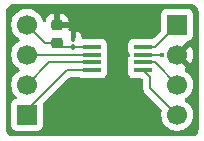
<source format=gtl>
G04 #@! TF.GenerationSoftware,KiCad,Pcbnew,9.0.4*
G04 #@! TF.CreationDate,2025-12-19T23:34:41-05:00*
G04 #@! TF.ProjectId,AD5626BRMZ-kent,41443536-3236-4425-924d-5a2d6b656e74,rev?*
G04 #@! TF.SameCoordinates,Original*
G04 #@! TF.FileFunction,Copper,L1,Top*
G04 #@! TF.FilePolarity,Positive*
%FSLAX46Y46*%
G04 Gerber Fmt 4.6, Leading zero omitted, Abs format (unit mm)*
G04 Created by KiCad (PCBNEW 9.0.4) date 2025-12-19 23:34:41*
%MOMM*%
%LPD*%
G01*
G04 APERTURE LIST*
G04 Aperture macros list*
%AMRoundRect*
0 Rectangle with rounded corners*
0 $1 Rounding radius*
0 $2 $3 $4 $5 $6 $7 $8 $9 X,Y pos of 4 corners*
0 Add a 4 corners polygon primitive as box body*
4,1,4,$2,$3,$4,$5,$6,$7,$8,$9,$2,$3,0*
0 Add four circle primitives for the rounded corners*
1,1,$1+$1,$2,$3*
1,1,$1+$1,$4,$5*
1,1,$1+$1,$6,$7*
1,1,$1+$1,$8,$9*
0 Add four rect primitives between the rounded corners*
20,1,$1+$1,$2,$3,$4,$5,0*
20,1,$1+$1,$4,$5,$6,$7,0*
20,1,$1+$1,$6,$7,$8,$9,0*
20,1,$1+$1,$8,$9,$2,$3,0*%
G04 Aperture macros list end*
G04 #@! TA.AperFunction,SMDPad,CuDef*
%ADD10RoundRect,0.100000X0.100000X-0.130000X0.100000X0.130000X-0.100000X0.130000X-0.100000X-0.130000X0*%
G04 #@! TD*
G04 #@! TA.AperFunction,ComponentPad*
%ADD11R,1.700000X1.700000*%
G04 #@! TD*
G04 #@! TA.AperFunction,ComponentPad*
%ADD12C,1.700000*%
G04 #@! TD*
G04 #@! TA.AperFunction,SMDPad,CuDef*
%ADD13RoundRect,0.225000X0.250000X-0.225000X0.250000X0.225000X-0.250000X0.225000X-0.250000X-0.225000X0*%
G04 #@! TD*
G04 #@! TA.AperFunction,SMDPad,CuDef*
%ADD14R,1.524000X0.431800*%
G04 #@! TD*
G04 #@! TA.AperFunction,ViaPad*
%ADD15C,0.450000*%
G04 #@! TD*
G04 #@! TA.AperFunction,Conductor*
%ADD16C,0.200000*%
G04 #@! TD*
G04 APERTURE END LIST*
D10*
X136000000Y-93320000D03*
X136000000Y-92680000D03*
D11*
X132080000Y-99060000D03*
D12*
X132080000Y-96520000D03*
X132080000Y-93980000D03*
X132080000Y-91440000D03*
D13*
X134620000Y-92990000D03*
X134620000Y-91440000D03*
D14*
X137578300Y-93325001D03*
X137578300Y-93974999D03*
X137578300Y-94625001D03*
X137578300Y-95274999D03*
X141921700Y-95274999D03*
X141921700Y-94625001D03*
X141921700Y-93974999D03*
X141921700Y-93325001D03*
D11*
X144780000Y-91440000D03*
D12*
X144780000Y-93980000D03*
X144780000Y-96520000D03*
X144780000Y-99060000D03*
D15*
X138000000Y-98000000D03*
X140000000Y-98000000D03*
X142000000Y-98000000D03*
X140000000Y-91400000D03*
X137500000Y-91400000D03*
X143500000Y-94000000D03*
X136000000Y-92000000D03*
X134500000Y-90500000D03*
D16*
X141921700Y-95274999D02*
X142500000Y-95853299D01*
X142500000Y-95853299D02*
X142500000Y-96780000D01*
X142500000Y-96780000D02*
X144780000Y-99060000D01*
X141921700Y-94625001D02*
X142885001Y-94625001D01*
X142885001Y-94625001D02*
X144780000Y-96520000D01*
X143474999Y-93974999D02*
X143500000Y-94000000D01*
X141921700Y-93974999D02*
X143474999Y-93974999D01*
X141921700Y-93325001D02*
X142894999Y-93325001D01*
X142894999Y-93325001D02*
X144780000Y-91440000D01*
X136000000Y-92520000D02*
X136000000Y-92000000D01*
X134500000Y-90500000D02*
X134500000Y-91000000D01*
X134500000Y-91000000D02*
X134620000Y-91120000D01*
X134620000Y-91120000D02*
X134620000Y-91440000D01*
X132080000Y-99060000D02*
X132080000Y-98620000D01*
X135425001Y-95274999D02*
X137578300Y-95274999D01*
X132080000Y-98620000D02*
X135425001Y-95274999D01*
X136750000Y-93315000D02*
X137218299Y-93315000D01*
X136750000Y-93315000D02*
X137568299Y-93315000D01*
X137568299Y-93315000D02*
X137578300Y-93325001D01*
X132080000Y-96520000D02*
X133974999Y-94625001D01*
X133974999Y-94625001D02*
X137228300Y-94625001D01*
X132080000Y-93980000D02*
X137223299Y-93980000D01*
X137223299Y-93980000D02*
X137228300Y-93974999D01*
X132080000Y-91440000D02*
X133630000Y-92990000D01*
X134620000Y-92990000D02*
X134945000Y-93315000D01*
X134945000Y-93315000D02*
X135700000Y-93315000D01*
X133630000Y-92990000D02*
X134620000Y-92990000D01*
X135700000Y-93315000D02*
X136750000Y-93315000D01*
X137218299Y-93315000D02*
X137228300Y-93325001D01*
G04 #@! TA.AperFunction,Conductor*
G36*
X146006922Y-89701279D02*
G01*
X146119518Y-89713966D01*
X146146583Y-89720143D01*
X146246927Y-89755255D01*
X146271941Y-89767301D01*
X146361955Y-89823860D01*
X146383662Y-89841172D01*
X146458827Y-89916337D01*
X146476140Y-89938046D01*
X146532697Y-90028056D01*
X146544745Y-90053074D01*
X146579855Y-90153414D01*
X146586033Y-90180484D01*
X146598720Y-90293077D01*
X146599500Y-90306961D01*
X146599500Y-100293038D01*
X146598720Y-100306921D01*
X146598720Y-100306922D01*
X146586033Y-100419515D01*
X146579855Y-100446585D01*
X146544745Y-100546925D01*
X146532697Y-100571943D01*
X146476140Y-100661953D01*
X146458827Y-100683662D01*
X146383662Y-100758827D01*
X146361953Y-100776140D01*
X146271943Y-100832697D01*
X146246925Y-100844745D01*
X146146585Y-100879855D01*
X146119516Y-100886033D01*
X146034855Y-100895572D01*
X146006921Y-100898720D01*
X145993039Y-100899500D01*
X130906961Y-100899500D01*
X130893077Y-100898720D01*
X130780484Y-100886033D01*
X130753414Y-100879855D01*
X130653074Y-100844745D01*
X130628056Y-100832697D01*
X130538046Y-100776140D01*
X130516337Y-100758827D01*
X130441172Y-100683662D01*
X130423859Y-100661953D01*
X130367302Y-100571943D01*
X130355254Y-100546925D01*
X130320144Y-100446585D01*
X130313966Y-100419514D01*
X130312950Y-100410500D01*
X130301280Y-100306921D01*
X130300500Y-100293038D01*
X130300500Y-91333713D01*
X130729500Y-91333713D01*
X130729500Y-91546287D01*
X130762754Y-91756243D01*
X130822871Y-91941264D01*
X130828444Y-91958414D01*
X130924951Y-92147820D01*
X131049890Y-92319786D01*
X131200213Y-92470109D01*
X131372182Y-92595050D01*
X131380946Y-92599516D01*
X131431742Y-92647491D01*
X131448536Y-92715312D01*
X131425998Y-92781447D01*
X131380946Y-92820484D01*
X131372182Y-92824949D01*
X131200213Y-92949890D01*
X131049890Y-93100213D01*
X130924951Y-93272179D01*
X130828444Y-93461585D01*
X130762753Y-93663760D01*
X130729500Y-93873713D01*
X130729500Y-94086286D01*
X130762735Y-94296127D01*
X130762754Y-94296243D01*
X130783869Y-94361229D01*
X130828444Y-94498414D01*
X130924951Y-94687820D01*
X131049890Y-94859786D01*
X131200213Y-95010109D01*
X131372182Y-95135050D01*
X131380946Y-95139516D01*
X131431742Y-95187491D01*
X131448536Y-95255312D01*
X131425998Y-95321447D01*
X131380946Y-95360484D01*
X131372182Y-95364949D01*
X131200213Y-95489890D01*
X131049890Y-95640213D01*
X130924951Y-95812179D01*
X130828444Y-96001585D01*
X130762753Y-96203760D01*
X130750255Y-96282669D01*
X130729500Y-96413713D01*
X130729500Y-96626287D01*
X130762754Y-96836243D01*
X130819791Y-97011785D01*
X130828444Y-97038414D01*
X130924951Y-97227820D01*
X131049890Y-97399786D01*
X131163430Y-97513326D01*
X131196915Y-97574649D01*
X131191931Y-97644341D01*
X131150059Y-97700274D01*
X131119083Y-97717189D01*
X130987669Y-97766203D01*
X130987664Y-97766206D01*
X130872455Y-97852452D01*
X130872452Y-97852455D01*
X130786206Y-97967664D01*
X130786202Y-97967671D01*
X130735908Y-98102517D01*
X130729501Y-98162116D01*
X130729500Y-98162135D01*
X130729500Y-99957870D01*
X130729501Y-99957876D01*
X130735908Y-100017483D01*
X130786202Y-100152328D01*
X130786206Y-100152335D01*
X130872452Y-100267544D01*
X130872455Y-100267547D01*
X130987664Y-100353793D01*
X130987671Y-100353797D01*
X131122517Y-100404091D01*
X131122516Y-100404091D01*
X131129444Y-100404835D01*
X131182127Y-100410500D01*
X132977872Y-100410499D01*
X133037483Y-100404091D01*
X133172331Y-100353796D01*
X133287546Y-100267546D01*
X133373796Y-100152331D01*
X133424091Y-100017483D01*
X133430500Y-99957873D01*
X133430499Y-98170097D01*
X133450184Y-98103059D01*
X133466818Y-98082417D01*
X135637418Y-95911818D01*
X135698741Y-95878333D01*
X135725099Y-95875499D01*
X136453621Y-95875499D01*
X136520660Y-95895184D01*
X136527932Y-95900232D01*
X136573968Y-95934694D01*
X136573971Y-95934696D01*
X136708817Y-95984990D01*
X136708816Y-95984990D01*
X136715744Y-95985734D01*
X136768427Y-95991399D01*
X138388172Y-95991398D01*
X138447783Y-95984990D01*
X138582631Y-95934695D01*
X138697846Y-95848445D01*
X138784096Y-95733230D01*
X138834391Y-95598382D01*
X138840800Y-95538772D01*
X138840799Y-95011227D01*
X138840798Y-95011225D01*
X138840798Y-95011211D01*
X138835642Y-94963256D01*
X138835642Y-94936744D01*
X138840799Y-94888781D01*
X138840800Y-94888774D01*
X138840799Y-94361229D01*
X138835641Y-94313246D01*
X138835641Y-94286746D01*
X138840800Y-94238772D01*
X138840799Y-93711227D01*
X138840798Y-93711225D01*
X138840798Y-93711211D01*
X138835642Y-93663256D01*
X138835642Y-93636744D01*
X138840799Y-93588781D01*
X138840800Y-93588774D01*
X138840799Y-93061229D01*
X138840799Y-93061228D01*
X140659200Y-93061228D01*
X140659200Y-93061235D01*
X140659200Y-93061236D01*
X140659200Y-93588771D01*
X140659201Y-93588778D01*
X140662732Y-93621632D01*
X140662733Y-93621636D01*
X140665609Y-93648384D01*
X140715904Y-93783232D01*
X140744525Y-93821464D01*
X140744526Y-93821467D01*
X140803833Y-93900690D01*
X140828250Y-93966154D01*
X140813399Y-94034427D01*
X140803833Y-94049311D01*
X140735039Y-94141209D01*
X140679106Y-94183081D01*
X140664967Y-94185631D01*
X140659700Y-94190899D01*
X140659700Y-94238727D01*
X140664610Y-94284397D01*
X140664610Y-94310905D01*
X140659200Y-94361231D01*
X140659200Y-94888771D01*
X140659201Y-94888775D01*
X140664358Y-94936745D01*
X140664358Y-94963251D01*
X140659200Y-95011226D01*
X140659200Y-95011228D01*
X140659200Y-95011232D01*
X140659200Y-95538769D01*
X140659201Y-95538775D01*
X140665608Y-95598382D01*
X140715902Y-95733227D01*
X140715906Y-95733234D01*
X140802152Y-95848443D01*
X140802155Y-95848446D01*
X140917364Y-95934692D01*
X140917371Y-95934696D01*
X140962318Y-95951460D01*
X141052217Y-95984990D01*
X141111827Y-95991399D01*
X141737502Y-95991398D01*
X141766948Y-96000044D01*
X141796929Y-96006566D01*
X141801942Y-96010318D01*
X141804541Y-96011082D01*
X141825183Y-96027717D01*
X141863181Y-96065715D01*
X141896666Y-96127038D01*
X141899500Y-96153396D01*
X141899500Y-96693330D01*
X141899499Y-96693348D01*
X141899499Y-96859054D01*
X141899498Y-96859054D01*
X141940423Y-97011785D01*
X141969358Y-97061900D01*
X141969359Y-97061904D01*
X141969360Y-97061904D01*
X142019479Y-97148714D01*
X142019481Y-97148717D01*
X142138349Y-97267585D01*
X142138355Y-97267590D01*
X143446241Y-98575476D01*
X143479726Y-98636799D01*
X143476492Y-98701473D01*
X143462753Y-98743757D01*
X143429500Y-98953713D01*
X143429500Y-99166286D01*
X143462753Y-99376239D01*
X143528444Y-99578414D01*
X143624951Y-99767820D01*
X143749890Y-99939786D01*
X143900213Y-100090109D01*
X144072179Y-100215048D01*
X144072181Y-100215049D01*
X144072184Y-100215051D01*
X144261588Y-100311557D01*
X144463757Y-100377246D01*
X144673713Y-100410500D01*
X144673714Y-100410500D01*
X144886286Y-100410500D01*
X144886287Y-100410500D01*
X145096243Y-100377246D01*
X145298412Y-100311557D01*
X145487816Y-100215051D01*
X145574138Y-100152335D01*
X145659786Y-100090109D01*
X145659788Y-100090106D01*
X145659792Y-100090104D01*
X145810104Y-99939792D01*
X145810106Y-99939788D01*
X145810109Y-99939786D01*
X145935048Y-99767820D01*
X145935047Y-99767820D01*
X145935051Y-99767816D01*
X146031557Y-99578412D01*
X146097246Y-99376243D01*
X146130500Y-99166287D01*
X146130500Y-98953713D01*
X146097246Y-98743757D01*
X146031557Y-98541588D01*
X145935051Y-98352184D01*
X145935049Y-98352181D01*
X145935048Y-98352179D01*
X145810109Y-98180213D01*
X145659786Y-98029890D01*
X145487820Y-97904951D01*
X145487115Y-97904591D01*
X145479054Y-97900485D01*
X145428259Y-97852512D01*
X145411463Y-97784692D01*
X145433999Y-97718556D01*
X145479054Y-97679515D01*
X145487816Y-97675051D01*
X145530085Y-97644341D01*
X145659786Y-97550109D01*
X145659788Y-97550106D01*
X145659792Y-97550104D01*
X145810104Y-97399792D01*
X145810106Y-97399788D01*
X145810109Y-97399786D01*
X145935048Y-97227820D01*
X145935047Y-97227820D01*
X145935051Y-97227816D01*
X146031557Y-97038412D01*
X146097246Y-96836243D01*
X146130500Y-96626287D01*
X146130500Y-96413713D01*
X146097246Y-96203757D01*
X146031557Y-96001588D01*
X145935051Y-95812184D01*
X145935049Y-95812181D01*
X145935048Y-95812179D01*
X145810109Y-95640213D01*
X145659786Y-95489890D01*
X145487817Y-95364949D01*
X145478504Y-95360204D01*
X145427707Y-95312230D01*
X145410912Y-95244409D01*
X145433449Y-95178274D01*
X145478507Y-95139232D01*
X145487555Y-95134622D01*
X145541716Y-95095270D01*
X145541717Y-95095270D01*
X144909409Y-94462962D01*
X144972993Y-94445925D01*
X145087007Y-94380099D01*
X145180099Y-94287007D01*
X145245925Y-94172993D01*
X145262962Y-94109408D01*
X145895270Y-94741717D01*
X145895270Y-94741716D01*
X145934622Y-94687554D01*
X146031095Y-94498217D01*
X146096757Y-94296130D01*
X146096757Y-94296127D01*
X146130000Y-94086246D01*
X146130000Y-93873753D01*
X146096757Y-93663872D01*
X146096757Y-93663869D01*
X146031095Y-93461782D01*
X145934624Y-93272449D01*
X145895270Y-93218282D01*
X145895269Y-93218282D01*
X145262962Y-93850590D01*
X145245925Y-93787007D01*
X145180099Y-93672993D01*
X145087007Y-93579901D01*
X144972993Y-93514075D01*
X144909407Y-93497036D01*
X145579627Y-92826818D01*
X145640950Y-92793333D01*
X145667308Y-92790499D01*
X145677871Y-92790499D01*
X145677872Y-92790499D01*
X145737483Y-92784091D01*
X145872331Y-92733796D01*
X145987546Y-92647546D01*
X146073796Y-92532331D01*
X146124091Y-92397483D01*
X146130500Y-92337873D01*
X146130499Y-90542128D01*
X146124091Y-90482517D01*
X146073796Y-90347669D01*
X146073795Y-90347668D01*
X146073793Y-90347664D01*
X145987547Y-90232455D01*
X145987544Y-90232452D01*
X145872335Y-90146206D01*
X145872328Y-90146202D01*
X145737482Y-90095908D01*
X145737483Y-90095908D01*
X145677883Y-90089501D01*
X145677881Y-90089500D01*
X145677873Y-90089500D01*
X145677864Y-90089500D01*
X143882129Y-90089500D01*
X143882123Y-90089501D01*
X143822516Y-90095908D01*
X143687671Y-90146202D01*
X143687664Y-90146206D01*
X143572455Y-90232452D01*
X143572452Y-90232455D01*
X143486206Y-90347664D01*
X143486202Y-90347671D01*
X143435908Y-90482517D01*
X143429501Y-90542116D01*
X143429501Y-90542123D01*
X143429500Y-90542135D01*
X143429500Y-91889902D01*
X143409815Y-91956941D01*
X143393181Y-91977583D01*
X142798481Y-92572282D01*
X142737158Y-92605767D01*
X142710800Y-92608601D01*
X141111829Y-92608601D01*
X141111823Y-92608602D01*
X141052216Y-92615009D01*
X140917371Y-92665303D01*
X140917364Y-92665307D01*
X140802155Y-92751553D01*
X140802152Y-92751556D01*
X140715906Y-92866765D01*
X140715902Y-92866772D01*
X140665610Y-93001614D01*
X140665609Y-93001618D01*
X140659200Y-93061228D01*
X138840799Y-93061228D01*
X138834391Y-93001618D01*
X138784096Y-92866770D01*
X138784095Y-92866769D01*
X138784093Y-92866765D01*
X138697847Y-92751556D01*
X138697844Y-92751553D01*
X138582635Y-92665307D01*
X138582628Y-92665303D01*
X138447782Y-92615009D01*
X138447783Y-92615009D01*
X138388183Y-92608602D01*
X138388181Y-92608601D01*
X138388173Y-92608601D01*
X138388165Y-92608601D01*
X136821636Y-92608601D01*
X136754597Y-92588916D01*
X136708842Y-92536112D01*
X136698697Y-92500785D01*
X136684557Y-92393371D01*
X136684555Y-92393366D01*
X136624100Y-92247414D01*
X136527924Y-92122075D01*
X136402586Y-92025899D01*
X136256631Y-91965444D01*
X136200000Y-91957987D01*
X136200000Y-92465500D01*
X136197449Y-92474185D01*
X136198738Y-92483147D01*
X136187759Y-92507187D01*
X136180315Y-92532539D01*
X136173474Y-92538466D01*
X136169713Y-92546703D01*
X136147478Y-92560992D01*
X136127511Y-92578294D01*
X136116996Y-92580581D01*
X136110935Y-92584477D01*
X136076000Y-92589500D01*
X135924000Y-92589500D01*
X135856961Y-92569815D01*
X135811206Y-92517011D01*
X135800000Y-92465500D01*
X135800000Y-91957987D01*
X135743364Y-91965444D01*
X135735961Y-91967428D01*
X135666111Y-91965762D01*
X135608250Y-91926597D01*
X135580749Y-91862367D01*
X135585071Y-91819576D01*
X135583439Y-91819227D01*
X135584855Y-91812608D01*
X135594999Y-91713322D01*
X135595000Y-91713309D01*
X135595000Y-91690000D01*
X134744000Y-91690000D01*
X134676961Y-91670315D01*
X134631206Y-91617511D01*
X134620000Y-91566000D01*
X134620000Y-91440000D01*
X134494000Y-91440000D01*
X134426961Y-91420315D01*
X134381206Y-91367511D01*
X134370000Y-91316000D01*
X134370000Y-91190000D01*
X134870000Y-91190000D01*
X135594999Y-91190000D01*
X135594999Y-91166692D01*
X135594998Y-91166677D01*
X135584855Y-91067392D01*
X135531547Y-90906518D01*
X135531542Y-90906507D01*
X135442575Y-90762271D01*
X135442572Y-90762267D01*
X135322732Y-90642427D01*
X135322728Y-90642424D01*
X135178492Y-90553457D01*
X135178481Y-90553452D01*
X135017606Y-90500144D01*
X134918322Y-90490000D01*
X134870000Y-90490000D01*
X134870000Y-91190000D01*
X134370000Y-91190000D01*
X134370000Y-90490000D01*
X134369999Y-90489999D01*
X134321693Y-90490000D01*
X134321675Y-90490001D01*
X134222392Y-90500144D01*
X134061518Y-90553452D01*
X134061507Y-90553457D01*
X133917271Y-90642424D01*
X133917267Y-90642427D01*
X133797427Y-90762267D01*
X133797424Y-90762271D01*
X133708457Y-90906507D01*
X133708452Y-90906518D01*
X133655144Y-91067392D01*
X133647333Y-91143839D01*
X133620936Y-91208531D01*
X133563754Y-91248681D01*
X133493943Y-91251543D01*
X133433667Y-91216208D01*
X133402063Y-91153895D01*
X133401517Y-91150724D01*
X133397246Y-91123757D01*
X133331557Y-90921588D01*
X133235051Y-90732184D01*
X133235049Y-90732181D01*
X133235048Y-90732179D01*
X133110109Y-90560213D01*
X132959786Y-90409890D01*
X132787820Y-90284951D01*
X132598414Y-90188444D01*
X132598413Y-90188443D01*
X132598412Y-90188443D01*
X132396243Y-90122754D01*
X132396241Y-90122753D01*
X132396240Y-90122753D01*
X132234957Y-90097208D01*
X132186287Y-90089500D01*
X131973713Y-90089500D01*
X131925042Y-90097208D01*
X131763760Y-90122753D01*
X131561585Y-90188444D01*
X131372179Y-90284951D01*
X131200213Y-90409890D01*
X131049890Y-90560213D01*
X130924951Y-90732179D01*
X130828444Y-90921585D01*
X130762753Y-91123760D01*
X130732305Y-91316000D01*
X130729500Y-91333713D01*
X130300500Y-91333713D01*
X130300500Y-90306961D01*
X130301280Y-90293078D01*
X130306441Y-90247273D01*
X130313966Y-90180481D01*
X130320142Y-90153418D01*
X130355256Y-90053068D01*
X130367299Y-90028062D01*
X130423863Y-89938040D01*
X130441168Y-89916341D01*
X130516341Y-89841168D01*
X130538040Y-89823863D01*
X130628062Y-89767299D01*
X130653068Y-89755256D01*
X130753418Y-89720142D01*
X130780481Y-89713966D01*
X130877769Y-89703004D01*
X130893078Y-89701280D01*
X130906961Y-89700500D01*
X130957583Y-89700500D01*
X145942417Y-89700500D01*
X145993039Y-89700500D01*
X146006922Y-89701279D01*
G37*
G04 #@! TD.AperFunction*
M02*

</source>
